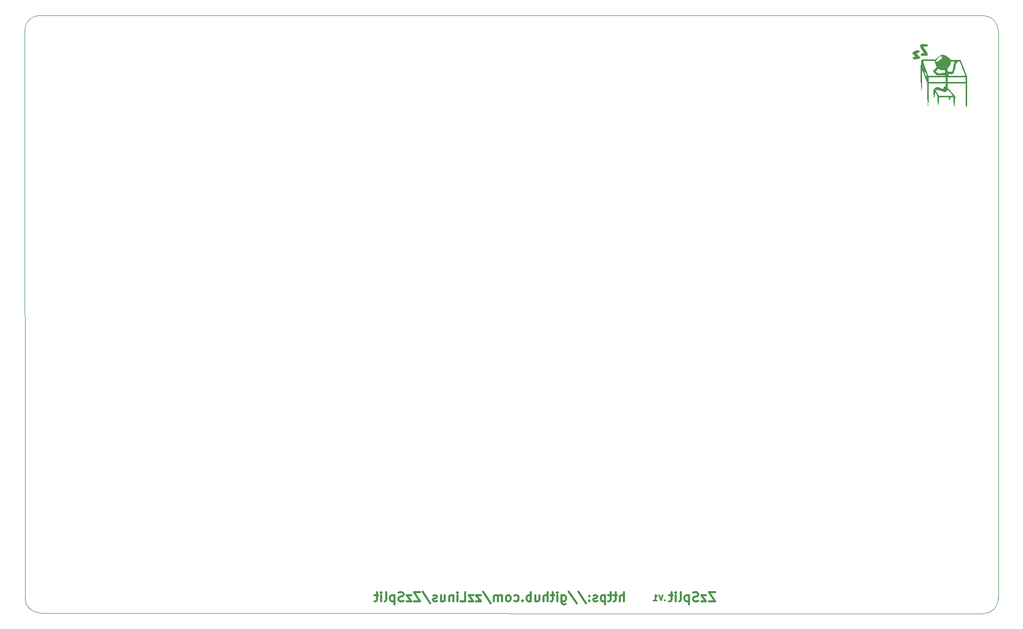
<source format=gbo>
G04 #@! TF.GenerationSoftware,KiCad,Pcbnew,(6.0.7)*
G04 #@! TF.CreationDate,2022-09-07T21:36:53+00:00*
G04 #@! TF.ProjectId,zzsplit-bottom-right,7a7a7370-6c69-4742-9d62-6f74746f6d2d,rev?*
G04 #@! TF.SameCoordinates,Original*
G04 #@! TF.FileFunction,Legend,Bot*
G04 #@! TF.FilePolarity,Positive*
%FSLAX46Y46*%
G04 Gerber Fmt 4.6, Leading zero omitted, Abs format (unit mm)*
G04 Created by KiCad (PCBNEW (6.0.7)) date 2022-09-07 21:36:53*
%MOMM*%
%LPD*%
G01*
G04 APERTURE LIST*
G04 #@! TA.AperFunction,Profile*
%ADD10C,0.100000*%
G04 #@! TD*
%ADD11C,0.250000*%
%ADD12C,0.300000*%
%ADD13C,4.700000*%
G04 APERTURE END LIST*
D10*
X236234019Y-51140000D02*
X236264000Y-145000000D01*
X236234019Y-51140000D02*
G75*
G03*
X233744000Y-48640001I-2500019J0D01*
G01*
X233743920Y-147509980D02*
G75*
G03*
X236264000Y-145000000I10080J2509980D01*
G01*
X233743920Y-147509980D02*
X77874000Y-147370000D01*
X77834000Y-48610000D02*
G75*
G03*
X75334000Y-51110000I0J-2500000D01*
G01*
X77834000Y-48610000D02*
X233744000Y-48640001D01*
X75374000Y-144870000D02*
G75*
G03*
X77874000Y-147370000I2500000J0D01*
G01*
X75334000Y-51110000D02*
X75374000Y-144870000D01*
D11*
X181104761Y-145227142D02*
X181057142Y-145274761D01*
X181104761Y-145322380D01*
X181152380Y-145274761D01*
X181104761Y-145227142D01*
X181104761Y-145322380D01*
X180771428Y-144322380D02*
X180438095Y-145322380D01*
X180104761Y-144322380D01*
X179247619Y-145322380D02*
X179819047Y-145322380D01*
X179533333Y-145322380D02*
X179533333Y-144322380D01*
X179628571Y-144465238D01*
X179723809Y-144560476D01*
X179819047Y-144608095D01*
D12*
X189415142Y-143925428D02*
X188399142Y-143925428D01*
X189415142Y-145449428D01*
X188399142Y-145449428D01*
X187963714Y-144433428D02*
X187165428Y-144433428D01*
X187963714Y-145449428D01*
X187165428Y-145449428D01*
X186657428Y-145376857D02*
X186439714Y-145449428D01*
X186076857Y-145449428D01*
X185931714Y-145376857D01*
X185859142Y-145304285D01*
X185786571Y-145159142D01*
X185786571Y-145014000D01*
X185859142Y-144868857D01*
X185931714Y-144796285D01*
X186076857Y-144723714D01*
X186367142Y-144651142D01*
X186512285Y-144578571D01*
X186584857Y-144506000D01*
X186657428Y-144360857D01*
X186657428Y-144215714D01*
X186584857Y-144070571D01*
X186512285Y-143998000D01*
X186367142Y-143925428D01*
X186004285Y-143925428D01*
X185786571Y-143998000D01*
X185133428Y-144433428D02*
X185133428Y-145957428D01*
X185133428Y-144506000D02*
X184988285Y-144433428D01*
X184698000Y-144433428D01*
X184552857Y-144506000D01*
X184480285Y-144578571D01*
X184407714Y-144723714D01*
X184407714Y-145159142D01*
X184480285Y-145304285D01*
X184552857Y-145376857D01*
X184698000Y-145449428D01*
X184988285Y-145449428D01*
X185133428Y-145376857D01*
X183536857Y-145449428D02*
X183682000Y-145376857D01*
X183754571Y-145231714D01*
X183754571Y-143925428D01*
X182956285Y-145449428D02*
X182956285Y-144433428D01*
X182956285Y-143925428D02*
X183028857Y-143998000D01*
X182956285Y-144070571D01*
X182883714Y-143998000D01*
X182956285Y-143925428D01*
X182956285Y-144070571D01*
X182448285Y-144433428D02*
X181867714Y-144433428D01*
X182230571Y-143925428D02*
X182230571Y-145231714D01*
X182158000Y-145376857D01*
X182012857Y-145449428D01*
X181867714Y-145449428D01*
X174392857Y-145449428D02*
X174392857Y-143925428D01*
X173739714Y-145449428D02*
X173739714Y-144651142D01*
X173812285Y-144506000D01*
X173957428Y-144433428D01*
X174175142Y-144433428D01*
X174320285Y-144506000D01*
X174392857Y-144578571D01*
X173231714Y-144433428D02*
X172651142Y-144433428D01*
X173014000Y-143925428D02*
X173014000Y-145231714D01*
X172941428Y-145376857D01*
X172796285Y-145449428D01*
X172651142Y-145449428D01*
X172360857Y-144433428D02*
X171780285Y-144433428D01*
X172143142Y-143925428D02*
X172143142Y-145231714D01*
X172070571Y-145376857D01*
X171925428Y-145449428D01*
X171780285Y-145449428D01*
X171272285Y-144433428D02*
X171272285Y-145957428D01*
X171272285Y-144506000D02*
X171127142Y-144433428D01*
X170836857Y-144433428D01*
X170691714Y-144506000D01*
X170619142Y-144578571D01*
X170546571Y-144723714D01*
X170546571Y-145159142D01*
X170619142Y-145304285D01*
X170691714Y-145376857D01*
X170836857Y-145449428D01*
X171127142Y-145449428D01*
X171272285Y-145376857D01*
X169966000Y-145376857D02*
X169820857Y-145449428D01*
X169530571Y-145449428D01*
X169385428Y-145376857D01*
X169312857Y-145231714D01*
X169312857Y-145159142D01*
X169385428Y-145014000D01*
X169530571Y-144941428D01*
X169748285Y-144941428D01*
X169893428Y-144868857D01*
X169966000Y-144723714D01*
X169966000Y-144651142D01*
X169893428Y-144506000D01*
X169748285Y-144433428D01*
X169530571Y-144433428D01*
X169385428Y-144506000D01*
X168659714Y-145304285D02*
X168587142Y-145376857D01*
X168659714Y-145449428D01*
X168732285Y-145376857D01*
X168659714Y-145304285D01*
X168659714Y-145449428D01*
X168659714Y-144506000D02*
X168587142Y-144578571D01*
X168659714Y-144651142D01*
X168732285Y-144578571D01*
X168659714Y-144506000D01*
X168659714Y-144651142D01*
X166845428Y-143852857D02*
X168151714Y-145812285D01*
X165248857Y-143852857D02*
X166555142Y-145812285D01*
X164087714Y-144433428D02*
X164087714Y-145667142D01*
X164160285Y-145812285D01*
X164232857Y-145884857D01*
X164378000Y-145957428D01*
X164595714Y-145957428D01*
X164740857Y-145884857D01*
X164087714Y-145376857D02*
X164232857Y-145449428D01*
X164523142Y-145449428D01*
X164668285Y-145376857D01*
X164740857Y-145304285D01*
X164813428Y-145159142D01*
X164813428Y-144723714D01*
X164740857Y-144578571D01*
X164668285Y-144506000D01*
X164523142Y-144433428D01*
X164232857Y-144433428D01*
X164087714Y-144506000D01*
X163362000Y-145449428D02*
X163362000Y-144433428D01*
X163362000Y-143925428D02*
X163434571Y-143998000D01*
X163362000Y-144070571D01*
X163289428Y-143998000D01*
X163362000Y-143925428D01*
X163362000Y-144070571D01*
X162854000Y-144433428D02*
X162273428Y-144433428D01*
X162636285Y-143925428D02*
X162636285Y-145231714D01*
X162563714Y-145376857D01*
X162418571Y-145449428D01*
X162273428Y-145449428D01*
X161765428Y-145449428D02*
X161765428Y-143925428D01*
X161112285Y-145449428D02*
X161112285Y-144651142D01*
X161184857Y-144506000D01*
X161330000Y-144433428D01*
X161547714Y-144433428D01*
X161692857Y-144506000D01*
X161765428Y-144578571D01*
X159733428Y-144433428D02*
X159733428Y-145449428D01*
X160386571Y-144433428D02*
X160386571Y-145231714D01*
X160314000Y-145376857D01*
X160168857Y-145449428D01*
X159951142Y-145449428D01*
X159806000Y-145376857D01*
X159733428Y-145304285D01*
X159007714Y-145449428D02*
X159007714Y-143925428D01*
X159007714Y-144506000D02*
X158862571Y-144433428D01*
X158572285Y-144433428D01*
X158427142Y-144506000D01*
X158354571Y-144578571D01*
X158282000Y-144723714D01*
X158282000Y-145159142D01*
X158354571Y-145304285D01*
X158427142Y-145376857D01*
X158572285Y-145449428D01*
X158862571Y-145449428D01*
X159007714Y-145376857D01*
X157628857Y-145304285D02*
X157556285Y-145376857D01*
X157628857Y-145449428D01*
X157701428Y-145376857D01*
X157628857Y-145304285D01*
X157628857Y-145449428D01*
X156250000Y-145376857D02*
X156395142Y-145449428D01*
X156685428Y-145449428D01*
X156830571Y-145376857D01*
X156903142Y-145304285D01*
X156975714Y-145159142D01*
X156975714Y-144723714D01*
X156903142Y-144578571D01*
X156830571Y-144506000D01*
X156685428Y-144433428D01*
X156395142Y-144433428D01*
X156250000Y-144506000D01*
X155379142Y-145449428D02*
X155524285Y-145376857D01*
X155596857Y-145304285D01*
X155669428Y-145159142D01*
X155669428Y-144723714D01*
X155596857Y-144578571D01*
X155524285Y-144506000D01*
X155379142Y-144433428D01*
X155161428Y-144433428D01*
X155016285Y-144506000D01*
X154943714Y-144578571D01*
X154871142Y-144723714D01*
X154871142Y-145159142D01*
X154943714Y-145304285D01*
X155016285Y-145376857D01*
X155161428Y-145449428D01*
X155379142Y-145449428D01*
X154218000Y-145449428D02*
X154218000Y-144433428D01*
X154218000Y-144578571D02*
X154145428Y-144506000D01*
X154000285Y-144433428D01*
X153782571Y-144433428D01*
X153637428Y-144506000D01*
X153564857Y-144651142D01*
X153564857Y-145449428D01*
X153564857Y-144651142D02*
X153492285Y-144506000D01*
X153347142Y-144433428D01*
X153129428Y-144433428D01*
X152984285Y-144506000D01*
X152911714Y-144651142D01*
X152911714Y-145449428D01*
X151097428Y-143852857D02*
X152403714Y-145812285D01*
X150734571Y-144433428D02*
X149936285Y-144433428D01*
X150734571Y-145449428D01*
X149936285Y-145449428D01*
X149500857Y-144433428D02*
X148702571Y-144433428D01*
X149500857Y-145449428D01*
X148702571Y-145449428D01*
X147396285Y-145449428D02*
X148122000Y-145449428D01*
X148122000Y-143925428D01*
X146888285Y-145449428D02*
X146888285Y-144433428D01*
X146888285Y-143925428D02*
X146960857Y-143998000D01*
X146888285Y-144070571D01*
X146815714Y-143998000D01*
X146888285Y-143925428D01*
X146888285Y-144070571D01*
X146162571Y-144433428D02*
X146162571Y-145449428D01*
X146162571Y-144578571D02*
X146090000Y-144506000D01*
X145944857Y-144433428D01*
X145727142Y-144433428D01*
X145582000Y-144506000D01*
X145509428Y-144651142D01*
X145509428Y-145449428D01*
X144130571Y-144433428D02*
X144130571Y-145449428D01*
X144783714Y-144433428D02*
X144783714Y-145231714D01*
X144711142Y-145376857D01*
X144566000Y-145449428D01*
X144348285Y-145449428D01*
X144203142Y-145376857D01*
X144130571Y-145304285D01*
X143477428Y-145376857D02*
X143332285Y-145449428D01*
X143042000Y-145449428D01*
X142896857Y-145376857D01*
X142824285Y-145231714D01*
X142824285Y-145159142D01*
X142896857Y-145014000D01*
X143042000Y-144941428D01*
X143259714Y-144941428D01*
X143404857Y-144868857D01*
X143477428Y-144723714D01*
X143477428Y-144651142D01*
X143404857Y-144506000D01*
X143259714Y-144433428D01*
X143042000Y-144433428D01*
X142896857Y-144506000D01*
X141082571Y-143852857D02*
X142388857Y-145812285D01*
X140719714Y-143925428D02*
X139703714Y-143925428D01*
X140719714Y-145449428D01*
X139703714Y-145449428D01*
X139268285Y-144433428D02*
X138470000Y-144433428D01*
X139268285Y-145449428D01*
X138470000Y-145449428D01*
X137962000Y-145376857D02*
X137744285Y-145449428D01*
X137381428Y-145449428D01*
X137236285Y-145376857D01*
X137163714Y-145304285D01*
X137091142Y-145159142D01*
X137091142Y-145014000D01*
X137163714Y-144868857D01*
X137236285Y-144796285D01*
X137381428Y-144723714D01*
X137671714Y-144651142D01*
X137816857Y-144578571D01*
X137889428Y-144506000D01*
X137962000Y-144360857D01*
X137962000Y-144215714D01*
X137889428Y-144070571D01*
X137816857Y-143998000D01*
X137671714Y-143925428D01*
X137308857Y-143925428D01*
X137091142Y-143998000D01*
X136438000Y-144433428D02*
X136438000Y-145957428D01*
X136438000Y-144506000D02*
X136292857Y-144433428D01*
X136002571Y-144433428D01*
X135857428Y-144506000D01*
X135784857Y-144578571D01*
X135712285Y-144723714D01*
X135712285Y-145159142D01*
X135784857Y-145304285D01*
X135857428Y-145376857D01*
X136002571Y-145449428D01*
X136292857Y-145449428D01*
X136438000Y-145376857D01*
X134841428Y-145449428D02*
X134986571Y-145376857D01*
X135059142Y-145231714D01*
X135059142Y-143925428D01*
X134260857Y-145449428D02*
X134260857Y-144433428D01*
X134260857Y-143925428D02*
X134333428Y-143998000D01*
X134260857Y-144070571D01*
X134188285Y-143998000D01*
X134260857Y-143925428D01*
X134260857Y-144070571D01*
X133752857Y-144433428D02*
X133172285Y-144433428D01*
X133535142Y-143925428D02*
X133535142Y-145231714D01*
X133462571Y-145376857D01*
X133317428Y-145449428D01*
X133172285Y-145449428D01*
G36*
X224121637Y-53383266D02*
G01*
X224402079Y-53390579D01*
X224558947Y-53414957D01*
X224627335Y-53465755D01*
X224642333Y-53552334D01*
X224642291Y-53558475D01*
X224611478Y-53663191D01*
X224495025Y-53719110D01*
X224251164Y-53747023D01*
X223859994Y-53772380D01*
X224229997Y-54335720D01*
X224428045Y-54654542D01*
X224560790Y-54926382D01*
X224595593Y-55112496D01*
X224540088Y-55235023D01*
X224440945Y-55260983D01*
X224218844Y-55274399D01*
X223926254Y-55270301D01*
X223654901Y-55253910D01*
X223473247Y-55223737D01*
X223391394Y-55168865D01*
X223372333Y-55076334D01*
X223375471Y-55032149D01*
X223448202Y-54926941D01*
X223647500Y-54880469D01*
X223668102Y-54878322D01*
X223848566Y-54842767D01*
X223922666Y-54796536D01*
X223887157Y-54718076D01*
X223777725Y-54537144D01*
X223620133Y-54299869D01*
X223528839Y-54160690D01*
X223377233Y-53856815D01*
X223344967Y-53621802D01*
X223358239Y-53527297D01*
X223396859Y-53444027D01*
X223493087Y-53401172D01*
X223684164Y-53385305D01*
X224007333Y-53383000D01*
X224121637Y-53383266D01*
G37*
G36*
X231119333Y-61174793D02*
G01*
X231119212Y-61340522D01*
X231116538Y-61958255D01*
X231110714Y-62514744D01*
X231102203Y-62988373D01*
X231091469Y-63357524D01*
X231078977Y-63600579D01*
X231065191Y-63695921D01*
X231007012Y-63730052D01*
X230957359Y-63689278D01*
X230920157Y-63553200D01*
X230893881Y-63307026D01*
X230877003Y-62935963D01*
X230867996Y-62425220D01*
X230865333Y-61760003D01*
X230865333Y-59860000D01*
X227902000Y-59860000D01*
X227902000Y-60274275D01*
X227902974Y-60344558D01*
X227936667Y-60613758D01*
X228015967Y-60732283D01*
X228056470Y-60759750D01*
X228198681Y-60898018D01*
X228399697Y-61121340D01*
X228629800Y-61397508D01*
X228957356Y-61804764D01*
X229129666Y-62019000D01*
X229087333Y-62845530D01*
X229073633Y-63060007D01*
X229040890Y-63377747D01*
X229001420Y-63592656D01*
X228960333Y-63671499D01*
X228943201Y-63657852D01*
X228903497Y-63519355D01*
X228871281Y-63258434D01*
X228851323Y-62908469D01*
X228826979Y-62146000D01*
X228581520Y-62146000D01*
X228446795Y-62156125D01*
X228348126Y-62230151D01*
X228309531Y-62421167D01*
X228307330Y-62441586D01*
X228263155Y-62622173D01*
X228198333Y-62696334D01*
X228191977Y-62695578D01*
X228128026Y-62608600D01*
X228087135Y-62421167D01*
X228060604Y-62146000D01*
X226469789Y-62146000D01*
X226445061Y-62802167D01*
X226444934Y-62805529D01*
X226419127Y-63172742D01*
X226379998Y-63375977D01*
X226333467Y-63419457D01*
X226285454Y-63307403D01*
X226241881Y-63044037D01*
X226208666Y-62633582D01*
X226204828Y-62566284D01*
X226163115Y-62115855D01*
X226096334Y-61790940D01*
X225997000Y-61553334D01*
X225827666Y-61257000D01*
X225785333Y-61745443D01*
X225761174Y-61963076D01*
X225714069Y-62183076D01*
X225662814Y-62243935D01*
X225613913Y-62151565D01*
X225573869Y-61911877D01*
X225549183Y-61530782D01*
X225544195Y-61361654D01*
X225542714Y-61059359D01*
X225548220Y-61003000D01*
X225897859Y-61003000D01*
X226182744Y-61447500D01*
X226467630Y-61892000D01*
X227612949Y-61892000D01*
X228054530Y-61893297D01*
X228388135Y-61888814D01*
X228582627Y-61864122D01*
X228653681Y-61804764D01*
X228616977Y-61696285D01*
X228488191Y-61524229D01*
X228283000Y-61274138D01*
X228141319Y-61113201D01*
X227963969Y-60985238D01*
X227810402Y-60999188D01*
X227649691Y-61148936D01*
X227497240Y-61337206D01*
X226946808Y-61142887D01*
X226652813Y-61053238D01*
X226355274Y-60989807D01*
X226147117Y-60975784D01*
X225897859Y-61003000D01*
X225548220Y-61003000D01*
X225560539Y-60876911D01*
X225603189Y-60779630D01*
X225676183Y-60732834D01*
X225761011Y-60689862D01*
X225895374Y-60564885D01*
X225949110Y-60512071D01*
X226137441Y-60460437D01*
X226372512Y-60484455D01*
X226584682Y-60582360D01*
X226687831Y-60641846D01*
X226890257Y-60699762D01*
X227086718Y-60707460D01*
X227225115Y-60665544D01*
X227253346Y-60574616D01*
X227250924Y-60479682D01*
X227383003Y-60395408D01*
X227521430Y-60305205D01*
X227563333Y-60104125D01*
X227563333Y-59860000D01*
X224772573Y-59860000D01*
X224749786Y-61722771D01*
X224742372Y-62182512D01*
X224725167Y-62786615D01*
X224702679Y-63222549D01*
X224676285Y-63490931D01*
X224647366Y-63592374D01*
X224617299Y-63527497D01*
X224587462Y-63296912D01*
X224559235Y-62901238D01*
X224533995Y-62341089D01*
X224513122Y-61617080D01*
X224468578Y-59648334D01*
X224452788Y-59606000D01*
X224769333Y-59606000D01*
X227563333Y-59606000D01*
X227902000Y-59606000D01*
X230865333Y-59606000D01*
X230865333Y-58844000D01*
X227902000Y-58844000D01*
X227902000Y-59606000D01*
X227563333Y-59606000D01*
X227563333Y-58844000D01*
X224769333Y-58844000D01*
X224769333Y-59606000D01*
X224452788Y-59606000D01*
X224073830Y-58590000D01*
X223679082Y-57531667D01*
X223652707Y-59309667D01*
X223641662Y-59856959D01*
X223623497Y-60377989D01*
X223600293Y-60764519D01*
X223572775Y-61004946D01*
X223541666Y-61087667D01*
X223539761Y-61087260D01*
X223513888Y-60996005D01*
X223491082Y-60762515D01*
X223471547Y-60412105D01*
X223455486Y-59970091D01*
X223443105Y-59461789D01*
X223434607Y-58912514D01*
X223430197Y-58347582D01*
X223430078Y-57792308D01*
X223434456Y-57272009D01*
X223443533Y-56812000D01*
X223447690Y-56700691D01*
X223683662Y-56700691D01*
X223718335Y-56843042D01*
X223797428Y-57104027D01*
X223911836Y-57454437D01*
X224052457Y-57865065D01*
X224113409Y-58038822D01*
X224272901Y-58484902D01*
X224387290Y-58787333D01*
X224462125Y-58959297D01*
X224502956Y-59013976D01*
X224515333Y-58964555D01*
X224514775Y-58957895D01*
X224481009Y-58833222D01*
X224403801Y-58597465D01*
X224295498Y-58284514D01*
X224168451Y-57928259D01*
X224035006Y-57562589D01*
X223907512Y-57221395D01*
X223798317Y-56938566D01*
X223719770Y-56747991D01*
X223684218Y-56683560D01*
X223683662Y-56700691D01*
X223447690Y-56700691D01*
X223457515Y-56437597D01*
X223474863Y-56198167D01*
X223837597Y-56198167D01*
X223842058Y-56220728D01*
X223888205Y-56375792D01*
X223976451Y-56648308D01*
X224096927Y-57008165D01*
X224239764Y-57425254D01*
X224642333Y-58588841D01*
X226145166Y-58589421D01*
X226580377Y-58586454D01*
X227007108Y-58576487D01*
X227345224Y-58560748D01*
X227567822Y-58540532D01*
X227648000Y-58517131D01*
X227624507Y-58500606D01*
X227470707Y-58479891D01*
X227205105Y-58473532D01*
X226864833Y-58483141D01*
X226081666Y-58522019D01*
X226033477Y-58472059D01*
X227986666Y-58472059D01*
X227996406Y-58500442D01*
X228027358Y-58517131D01*
X228065045Y-58537452D01*
X228217673Y-58563125D01*
X228475614Y-58579248D01*
X228860190Y-58587610D01*
X229392725Y-58590000D01*
X229686529Y-58589724D01*
X230123710Y-58586723D01*
X230426344Y-58578381D01*
X230617168Y-58562211D01*
X230718919Y-58535722D01*
X230754333Y-58496426D01*
X230746148Y-58441834D01*
X230742367Y-58431323D01*
X230685504Y-58278590D01*
X230583334Y-58007886D01*
X230449093Y-57654185D01*
X230296017Y-57252459D01*
X230256772Y-57149711D01*
X230105107Y-56758195D01*
X229994350Y-56495180D01*
X229908762Y-56336084D01*
X229832607Y-56256321D01*
X229750148Y-56231308D01*
X229645648Y-56236459D01*
X229566437Y-56246540D01*
X229476904Y-56279708D01*
X229468958Y-56288944D01*
X229407183Y-56360746D01*
X229342591Y-56518884D01*
X229268447Y-56783358D01*
X229170070Y-57183399D01*
X229136423Y-57319961D01*
X229012003Y-57761786D01*
X228938283Y-57944668D01*
X228891359Y-58061074D01*
X228760820Y-58238188D01*
X228606712Y-58313488D01*
X228415366Y-58307333D01*
X228254788Y-58290966D01*
X228057684Y-58337638D01*
X227986666Y-58472059D01*
X226033477Y-58472059D01*
X225744826Y-58172800D01*
X225697739Y-58123234D01*
X225520292Y-57898168D01*
X225513113Y-57865007D01*
X225977685Y-57865007D01*
X226078962Y-57994345D01*
X226177782Y-58079003D01*
X226368057Y-58144726D01*
X226666289Y-58158227D01*
X226807211Y-58152879D01*
X227098431Y-58127576D01*
X227309333Y-58090910D01*
X227429556Y-58045813D01*
X227501680Y-57944668D01*
X227491366Y-57743334D01*
X227490672Y-57740036D01*
X227400839Y-57682456D01*
X227213323Y-57658667D01*
X227180940Y-57658022D01*
X226905771Y-57625613D01*
X226616491Y-57559351D01*
X226592915Y-57552340D01*
X226480921Y-57526906D01*
X227822475Y-57526906D01*
X227852175Y-57681907D01*
X227892230Y-57769880D01*
X228018570Y-57880027D01*
X228253841Y-57928434D01*
X228403996Y-57939487D01*
X228537022Y-57914822D01*
X228618422Y-57806906D01*
X228698072Y-57576190D01*
X228726859Y-57480894D01*
X228808779Y-57177504D01*
X228863814Y-56927711D01*
X228908719Y-56694134D01*
X228965420Y-56440878D01*
X228967329Y-56433234D01*
X228987393Y-56288944D01*
X228920797Y-56230372D01*
X228726333Y-56219334D01*
X228669927Y-56219745D01*
X228505057Y-56243089D01*
X228424848Y-56337635D01*
X228378444Y-56552018D01*
X228283781Y-56839496D01*
X228050122Y-57175515D01*
X228037123Y-57189305D01*
X227876631Y-57381874D01*
X227822475Y-57526906D01*
X226480921Y-57526906D01*
X226377703Y-57503465D01*
X226239563Y-57529071D01*
X226104008Y-57641029D01*
X225988477Y-57768839D01*
X225977685Y-57865007D01*
X225513113Y-57865007D01*
X225482224Y-57722314D01*
X225588377Y-57555733D01*
X225843598Y-57358486D01*
X226097640Y-57185306D01*
X225941487Y-56894141D01*
X225925509Y-56863122D01*
X225826001Y-56601841D01*
X225785333Y-56368821D01*
X225785333Y-56155834D01*
X225954983Y-56155834D01*
X225996131Y-56219787D01*
X226132431Y-56213638D01*
X226326125Y-56136921D01*
X226537582Y-56010190D01*
X226727173Y-55853998D01*
X226855267Y-55688901D01*
X226921252Y-55527361D01*
X226915097Y-55370300D01*
X226789106Y-55328745D01*
X226553317Y-55411906D01*
X226551956Y-55412612D01*
X226358931Y-55556529D01*
X226165019Y-55765764D01*
X226015333Y-55984228D01*
X225954983Y-56155834D01*
X225785333Y-56155834D01*
X225785333Y-56134667D01*
X224811666Y-56134667D01*
X224449548Y-56139246D01*
X224131980Y-56152799D01*
X223916851Y-56173166D01*
X223837597Y-56198167D01*
X223474863Y-56198167D01*
X223476606Y-56174115D01*
X223501009Y-56046870D01*
X223537727Y-55992025D01*
X223609468Y-55941602D01*
X223735911Y-55909131D01*
X223945707Y-55890734D01*
X224267512Y-55882538D01*
X224729979Y-55880667D01*
X225870000Y-55880667D01*
X226200046Y-55550621D01*
X226439365Y-55347081D01*
X226835039Y-55155848D01*
X227237068Y-55132656D01*
X227637871Y-55277345D01*
X227951586Y-55527361D01*
X228029871Y-55589750D01*
X228394896Y-55965333D01*
X229201784Y-55965334D01*
X229338987Y-55966349D01*
X229703264Y-55981499D01*
X229954607Y-56012507D01*
X230064962Y-56056411D01*
X230089787Y-56108304D01*
X230171301Y-56300917D01*
X230294669Y-56604222D01*
X230448222Y-56989404D01*
X230620292Y-57427648D01*
X231036931Y-58496426D01*
X231119333Y-58707808D01*
X231119333Y-61174793D01*
G37*
G36*
X223186206Y-54433006D02*
G01*
X223215627Y-54471897D01*
X223220349Y-54622154D01*
X223105641Y-54769001D01*
X222902165Y-54865730D01*
X222802752Y-54895619D01*
X222778964Y-54943463D01*
X222860443Y-55035538D01*
X223061357Y-55201747D01*
X223136902Y-55264454D01*
X223337949Y-55475295D01*
X223381132Y-55631152D01*
X223265617Y-55739124D01*
X222990576Y-55806310D01*
X222594360Y-55848834D01*
X222309031Y-55844387D01*
X222151012Y-55785369D01*
X222102333Y-55669000D01*
X222133550Y-55556722D01*
X222292833Y-55472612D01*
X222358616Y-55460922D01*
X222466307Y-55403543D01*
X222436660Y-55295728D01*
X222268145Y-55115359D01*
X222234451Y-55082717D01*
X222083591Y-54874795D01*
X222091314Y-54705273D01*
X222260854Y-54567632D01*
X222595442Y-54455354D01*
X222887302Y-54394435D01*
X223080005Y-54385447D01*
X223186206Y-54433006D01*
G37*
%LPC*%
D13*
X99870000Y-53290000D03*
X85190000Y-139100000D03*
X229370000Y-68570000D03*
X171530000Y-138470000D03*
M02*

</source>
